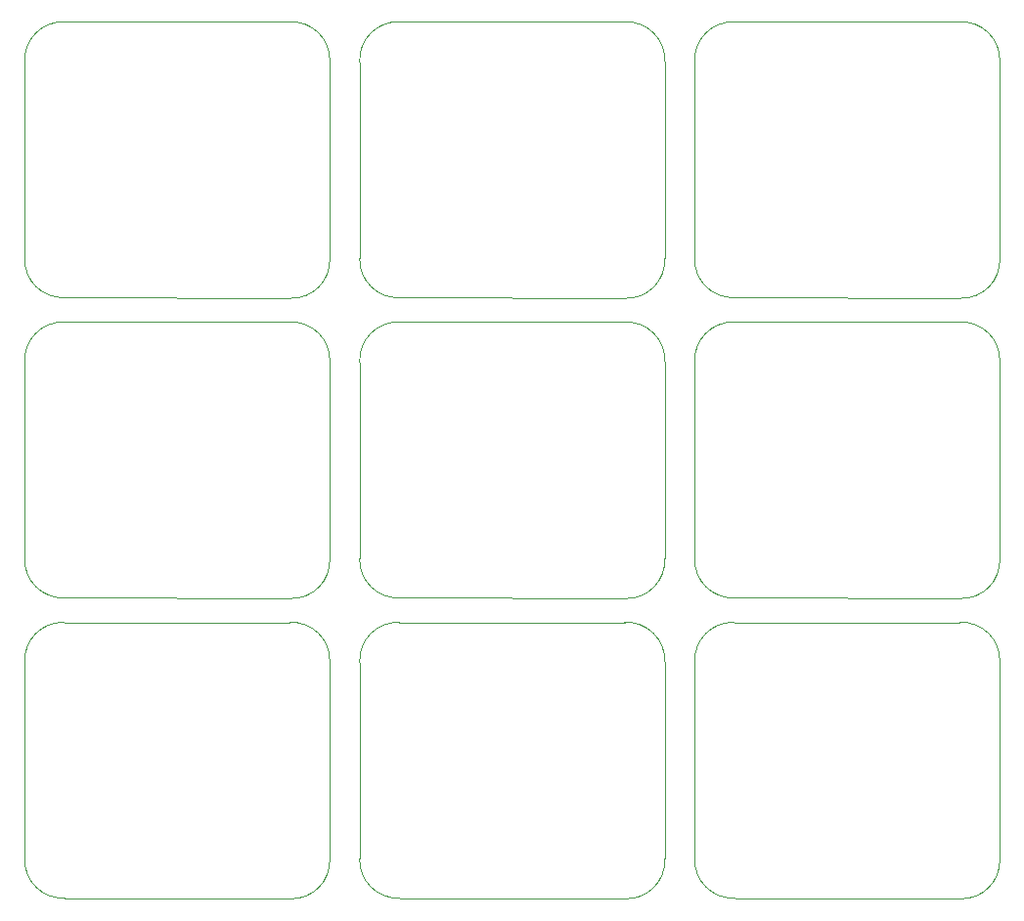
<source format=gm1>
%MOIN*%
%OFA0B0*%
%FSLAX46Y46*%
%IPPOS*%
%LPD*%
%ADD10C,0.0019685039370078744*%
%ADD21C,0.0019685039370078744*%
%ADD22C,0.0019685039370078744*%
%ADD23C,0.0019685039370078744*%
%ADD24C,0.0019685039370078744*%
%ADD25C,0.0019685039370078744*%
%ADD26C,0.0019685039370078744*%
%ADD27C,0.0019685039370078744*%
%ADD28C,0.0019685039370078744*%
G01*
D10*
X0000962381Y0003916476D02*
X0000194881Y0003916476D01*
X0001099881Y0003781476D02*
G75*
G03*
X0000962388Y0003916356I-0000130000J0000004999D01*
G01*
X0000059880Y0003111356D02*
G75*
G03*
X0000197374Y0002976476I0000130001J-0000004998D01*
G01*
X0000197381Y0002976476D02*
X0000964881Y0002973976D01*
X0000964881Y0002973976D02*
G75*
G03*
X0001099761Y0003111469I0000004999J0000130000D01*
G01*
X0000060001Y0003778983D02*
X0000059881Y0003111476D01*
X0001099761Y0003111469D02*
X0001099881Y0003781476D01*
X0000194881Y0003916476D02*
G75*
G03*
X0000060001Y0003778983I-0000004999J-0000130000D01*
G01*
G04 next file*
G04 #@! TF.GenerationSoftware,KiCad,Pcbnew,(6.0.5)*
G04 #@! TF.CreationDate,2022-08-01T19:03:23+01:00*
G04 #@! TF.ProjectId,PWM-TRANSISTOR-PCB,50574d2d-5452-4414-9e53-4953544f522d,rev?*
G04 #@! TF.SameCoordinates,Original*
G04 #@! TF.FileFunction,Profile,NP*
G04 Gerber Fmt 4.6, Leading zero omitted, Abs format (unit mm)*
G04 Created by KiCad (PCBNEW (6.0.5)) date 2022-08-01 19:03:23*
G01*
G04 APERTURE LIST*
G04 #@! TA.AperFunction,Profile*
G04 #@! TD*
G04 APERTURE END LIST*
D21*
X0002104114Y0003916476D02*
X0001336614Y0003916476D01*
X0002241614Y0003781476D02*
G75*
G03*
X0002104121Y0003916356I-0000130000J0000004999D01*
G01*
X0001201612Y0003111356D02*
G75*
G03*
X0001339107Y0002976476I0000130001J-0000004998D01*
G01*
X0001339114Y0002976476D02*
X0002106614Y0002973976D01*
X0002106614Y0002973976D02*
G75*
G03*
X0002241494Y0003111469I0000004999J0000130000D01*
G01*
X0001201734Y0003778983D02*
X0001201614Y0003111476D01*
X0002241494Y0003111469D02*
X0002241614Y0003781476D01*
X0001336614Y0003916476D02*
G75*
G03*
X0001201734Y0003778983I-0000004999J-0000130000D01*
G01*
G04 next file*
G04 #@! TF.GenerationSoftware,KiCad,Pcbnew,(6.0.5)*
G04 #@! TF.CreationDate,2022-08-01T19:03:23+01:00*
G04 #@! TF.ProjectId,PWM-TRANSISTOR-PCB,50574d2d-5452-4414-9e53-4953544f522d,rev?*
G04 #@! TF.SameCoordinates,Original*
G04 #@! TF.FileFunction,Profile,NP*
G04 Gerber Fmt 4.6, Leading zero omitted, Abs format (unit mm)*
G04 Created by KiCad (PCBNEW (6.0.5)) date 2022-08-01 19:03:23*
G01*
G04 APERTURE LIST*
G04 #@! TA.AperFunction,Profile*
G04 #@! TD*
G04 APERTURE END LIST*
D22*
X0003245846Y0003916476D02*
X0002478346Y0003916476D01*
X0003383346Y0003781476D02*
G75*
G03*
X0003245853Y0003916356I-0000130000J0000004999D01*
G01*
X0002343344Y0003111356D02*
G75*
G03*
X0002480839Y0002976476I0000130001J-0000004998D01*
G01*
X0002480846Y0002976476D02*
X0003248346Y0002973976D01*
X0003248346Y0002973976D02*
G75*
G03*
X0003383226Y0003111469I0000004999J0000130000D01*
G01*
X0002343466Y0003778983D02*
X0002343346Y0003111476D01*
X0003383226Y0003111469D02*
X0003383346Y0003781476D01*
X0002478346Y0003916476D02*
G75*
G03*
X0002343466Y0003778983I-0000004999J-0000130000D01*
G01*
G04 next file*
G04 #@! TF.GenerationSoftware,KiCad,Pcbnew,(6.0.5)*
G04 #@! TF.CreationDate,2022-08-01T19:03:23+01:00*
G04 #@! TF.ProjectId,PWM-TRANSISTOR-PCB,50574d2d-5452-4414-9e53-4953544f522d,rev?*
G04 #@! TF.SameCoordinates,Original*
G04 #@! TF.FileFunction,Profile,NP*
G04 Gerber Fmt 4.6, Leading zero omitted, Abs format (unit mm)*
G04 Created by KiCad (PCBNEW (6.0.5)) date 2022-08-01 19:03:23*
G01*
G04 APERTURE LIST*
G04 #@! TA.AperFunction,Profile*
G04 #@! TD*
G04 APERTURE END LIST*
D23*
X0000962381Y0002892854D02*
X0000194881Y0002892854D01*
X0001099881Y0002757854D02*
G75*
G03*
X0000962388Y0002892734I-0000130000J0000004999D01*
G01*
X0000059880Y0002087734D02*
G75*
G03*
X0000197374Y0001952854I0000130001J-0000004998D01*
G01*
X0000197381Y0001952854D02*
X0000964881Y0001950354D01*
X0000964881Y0001950354D02*
G75*
G03*
X0001099761Y0002087847I0000004999J0000130000D01*
G01*
X0000060001Y0002755361D02*
X0000059881Y0002087854D01*
X0001099761Y0002087847D02*
X0001099881Y0002757854D01*
X0000194881Y0002892854D02*
G75*
G03*
X0000060001Y0002755361I-0000004999J-0000130000D01*
G01*
G04 next file*
G04 #@! TF.GenerationSoftware,KiCad,Pcbnew,(6.0.5)*
G04 #@! TF.CreationDate,2022-08-01T19:03:23+01:00*
G04 #@! TF.ProjectId,PWM-TRANSISTOR-PCB,50574d2d-5452-4414-9e53-4953544f522d,rev?*
G04 #@! TF.SameCoordinates,Original*
G04 #@! TF.FileFunction,Profile,NP*
G04 Gerber Fmt 4.6, Leading zero omitted, Abs format (unit mm)*
G04 Created by KiCad (PCBNEW (6.0.5)) date 2022-08-01 19:03:23*
G01*
G04 APERTURE LIST*
G04 #@! TA.AperFunction,Profile*
G04 #@! TD*
G04 APERTURE END LIST*
D24*
X0002104114Y0002892854D02*
X0001336614Y0002892854D01*
X0002241614Y0002757854D02*
G75*
G03*
X0002104121Y0002892734I-0000130000J0000004999D01*
G01*
X0001201612Y0002087734D02*
G75*
G03*
X0001339107Y0001952854I0000130001J-0000004998D01*
G01*
X0001339114Y0001952854D02*
X0002106614Y0001950354D01*
X0002106614Y0001950354D02*
G75*
G03*
X0002241494Y0002087847I0000004999J0000130000D01*
G01*
X0001201734Y0002755361D02*
X0001201614Y0002087854D01*
X0002241494Y0002087847D02*
X0002241614Y0002757854D01*
X0001336614Y0002892854D02*
G75*
G03*
X0001201734Y0002755361I-0000004999J-0000130000D01*
G01*
G04 next file*
G04 #@! TF.GenerationSoftware,KiCad,Pcbnew,(6.0.5)*
G04 #@! TF.CreationDate,2022-08-01T19:03:23+01:00*
G04 #@! TF.ProjectId,PWM-TRANSISTOR-PCB,50574d2d-5452-4414-9e53-4953544f522d,rev?*
G04 #@! TF.SameCoordinates,Original*
G04 #@! TF.FileFunction,Profile,NP*
G04 Gerber Fmt 4.6, Leading zero omitted, Abs format (unit mm)*
G04 Created by KiCad (PCBNEW (6.0.5)) date 2022-08-01 19:03:23*
G01*
G04 APERTURE LIST*
G04 #@! TA.AperFunction,Profile*
G04 #@! TD*
G04 APERTURE END LIST*
D25*
X0003245846Y0002892854D02*
X0002478346Y0002892854D01*
X0003383346Y0002757854D02*
G75*
G03*
X0003245853Y0002892734I-0000130000J0000004999D01*
G01*
X0002343344Y0002087734D02*
G75*
G03*
X0002480839Y0001952854I0000130001J-0000004998D01*
G01*
X0002480846Y0001952854D02*
X0003248346Y0001950354D01*
X0003248346Y0001950354D02*
G75*
G03*
X0003383226Y0002087847I0000004999J0000130000D01*
G01*
X0002343466Y0002755361D02*
X0002343346Y0002087854D01*
X0003383226Y0002087847D02*
X0003383346Y0002757854D01*
X0002478346Y0002892854D02*
G75*
G03*
X0002343466Y0002755361I-0000004999J-0000130000D01*
G01*
G04 next file*
G04 #@! TF.GenerationSoftware,KiCad,Pcbnew,(6.0.5)*
G04 #@! TF.CreationDate,2022-08-01T19:03:23+01:00*
G04 #@! TF.ProjectId,PWM-TRANSISTOR-PCB,50574d2d-5452-4414-9e53-4953544f522d,rev?*
G04 #@! TF.SameCoordinates,Original*
G04 #@! TF.FileFunction,Profile,NP*
G04 Gerber Fmt 4.6, Leading zero omitted, Abs format (unit mm)*
G04 Created by KiCad (PCBNEW (6.0.5)) date 2022-08-01 19:03:23*
G01*
G04 APERTURE LIST*
G04 #@! TA.AperFunction,Profile*
G04 #@! TD*
G04 APERTURE END LIST*
D26*
X0000962381Y0001869232D02*
X0000194881Y0001869232D01*
X0001099881Y0001734232D02*
G75*
G03*
X0000962388Y0001869112I-0000130000J0000004999D01*
G01*
X0000059880Y0001064112D02*
G75*
G03*
X0000197374Y0000929232I0000130001J-0000004998D01*
G01*
X0000197381Y0000929232D02*
X0000964881Y0000926732D01*
X0000964881Y0000926732D02*
G75*
G03*
X0001099761Y0001064225I0000004999J0000130000D01*
G01*
X0000060001Y0001731739D02*
X0000059881Y0001064232D01*
X0001099761Y0001064225D02*
X0001099881Y0001734232D01*
X0000194881Y0001869232D02*
G75*
G03*
X0000060001Y0001731739I-0000004999J-0000130000D01*
G01*
G04 next file*
G04 #@! TF.GenerationSoftware,KiCad,Pcbnew,(6.0.5)*
G04 #@! TF.CreationDate,2022-08-01T19:03:23+01:00*
G04 #@! TF.ProjectId,PWM-TRANSISTOR-PCB,50574d2d-5452-4414-9e53-4953544f522d,rev?*
G04 #@! TF.SameCoordinates,Original*
G04 #@! TF.FileFunction,Profile,NP*
G04 Gerber Fmt 4.6, Leading zero omitted, Abs format (unit mm)*
G04 Created by KiCad (PCBNEW (6.0.5)) date 2022-08-01 19:03:23*
G01*
G04 APERTURE LIST*
G04 #@! TA.AperFunction,Profile*
G04 #@! TD*
G04 APERTURE END LIST*
D27*
X0002104114Y0001869232D02*
X0001336614Y0001869232D01*
X0002241614Y0001734232D02*
G75*
G03*
X0002104121Y0001869112I-0000130000J0000004999D01*
G01*
X0001201612Y0001064112D02*
G75*
G03*
X0001339107Y0000929232I0000130001J-0000004998D01*
G01*
X0001339114Y0000929232D02*
X0002106614Y0000926732D01*
X0002106614Y0000926732D02*
G75*
G03*
X0002241494Y0001064225I0000004999J0000130000D01*
G01*
X0001201734Y0001731739D02*
X0001201614Y0001064232D01*
X0002241494Y0001064225D02*
X0002241614Y0001734232D01*
X0001336614Y0001869232D02*
G75*
G03*
X0001201734Y0001731739I-0000004999J-0000130000D01*
G01*
G04 next file*
G04 #@! TF.GenerationSoftware,KiCad,Pcbnew,(6.0.5)*
G04 #@! TF.CreationDate,2022-08-01T19:03:23+01:00*
G04 #@! TF.ProjectId,PWM-TRANSISTOR-PCB,50574d2d-5452-4414-9e53-4953544f522d,rev?*
G04 #@! TF.SameCoordinates,Original*
G04 #@! TF.FileFunction,Profile,NP*
G04 Gerber Fmt 4.6, Leading zero omitted, Abs format (unit mm)*
G04 Created by KiCad (PCBNEW (6.0.5)) date 2022-08-01 19:03:23*
G01*
G04 APERTURE LIST*
G04 #@! TA.AperFunction,Profile*
G04 #@! TD*
G04 APERTURE END LIST*
D28*
X0003245846Y0001869232D02*
X0002478346Y0001869232D01*
X0003383346Y0001734232D02*
G75*
G03*
X0003245853Y0001869112I-0000130000J0000004999D01*
G01*
X0002343344Y0001064112D02*
G75*
G03*
X0002480839Y0000929232I0000130001J-0000004998D01*
G01*
X0002480846Y0000929232D02*
X0003248346Y0000926732D01*
X0003248346Y0000926732D02*
G75*
G03*
X0003383226Y0001064225I0000004999J0000130000D01*
G01*
X0002343466Y0001731739D02*
X0002343346Y0001064232D01*
X0003383226Y0001064225D02*
X0003383346Y0001734232D01*
X0002478346Y0001869232D02*
G75*
G03*
X0002343466Y0001731739I-0000004999J-0000130000D01*
G01*
M02*
</source>
